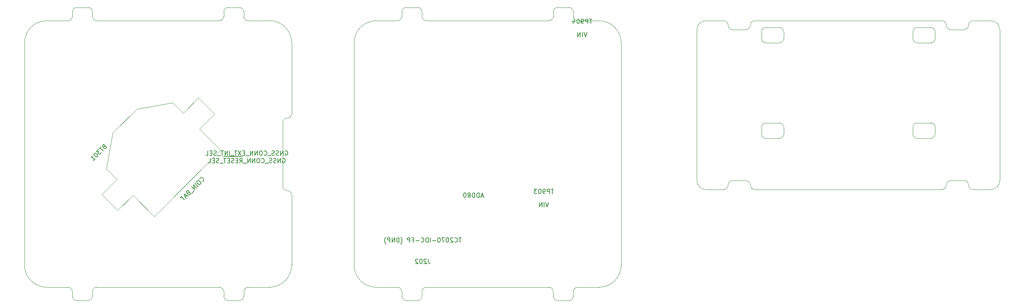
<source format=gbr>
%TF.GenerationSoftware,KiCad,Pcbnew,7.0.2*%
%TF.CreationDate,2023-04-27T15:04:24+02:00*%
%TF.ProjectId,kleinvoet,6b6c6569-6e76-46f6-9574-2e6b69636164,C*%
%TF.SameCoordinates,Original*%
%TF.FileFunction,AssemblyDrawing,Bot*%
%FSLAX46Y46*%
G04 Gerber Fmt 4.6, Leading zero omitted, Abs format (unit mm)*
G04 Created by KiCad (PCBNEW 7.0.2) date 2023-04-27 15:04:24*
%MOMM*%
%LPD*%
G01*
G04 APERTURE LIST*
%ADD10C,0.150000*%
%ADD11C,0.100000*%
%TA.AperFunction,Profile*%
%ADD12C,0.050000*%
%TD*%
G04 APERTURE END LIST*
D10*
%TO.C,TP904*%
X150295237Y-34612619D02*
X149961904Y-35612619D01*
X149961904Y-35612619D02*
X149628571Y-34612619D01*
X149295237Y-35612619D02*
X149295237Y-34612619D01*
X148819047Y-35612619D02*
X148819047Y-34612619D01*
X148819047Y-34612619D02*
X148247619Y-35612619D01*
X148247619Y-35612619D02*
X148247619Y-34612619D01*
X151414285Y-31612619D02*
X150842857Y-31612619D01*
X151128571Y-32612619D02*
X151128571Y-31612619D01*
X150509523Y-32612619D02*
X150509523Y-31612619D01*
X150509523Y-31612619D02*
X150128571Y-31612619D01*
X150128571Y-31612619D02*
X150033333Y-31660238D01*
X150033333Y-31660238D02*
X149985714Y-31707857D01*
X149985714Y-31707857D02*
X149938095Y-31803095D01*
X149938095Y-31803095D02*
X149938095Y-31945952D01*
X149938095Y-31945952D02*
X149985714Y-32041190D01*
X149985714Y-32041190D02*
X150033333Y-32088809D01*
X150033333Y-32088809D02*
X150128571Y-32136428D01*
X150128571Y-32136428D02*
X150509523Y-32136428D01*
X149461904Y-32612619D02*
X149271428Y-32612619D01*
X149271428Y-32612619D02*
X149176190Y-32565000D01*
X149176190Y-32565000D02*
X149128571Y-32517380D01*
X149128571Y-32517380D02*
X149033333Y-32374523D01*
X149033333Y-32374523D02*
X148985714Y-32184047D01*
X148985714Y-32184047D02*
X148985714Y-31803095D01*
X148985714Y-31803095D02*
X149033333Y-31707857D01*
X149033333Y-31707857D02*
X149080952Y-31660238D01*
X149080952Y-31660238D02*
X149176190Y-31612619D01*
X149176190Y-31612619D02*
X149366666Y-31612619D01*
X149366666Y-31612619D02*
X149461904Y-31660238D01*
X149461904Y-31660238D02*
X149509523Y-31707857D01*
X149509523Y-31707857D02*
X149557142Y-31803095D01*
X149557142Y-31803095D02*
X149557142Y-32041190D01*
X149557142Y-32041190D02*
X149509523Y-32136428D01*
X149509523Y-32136428D02*
X149461904Y-32184047D01*
X149461904Y-32184047D02*
X149366666Y-32231666D01*
X149366666Y-32231666D02*
X149176190Y-32231666D01*
X149176190Y-32231666D02*
X149080952Y-32184047D01*
X149080952Y-32184047D02*
X149033333Y-32136428D01*
X149033333Y-32136428D02*
X148985714Y-32041190D01*
X148366666Y-31612619D02*
X148271428Y-31612619D01*
X148271428Y-31612619D02*
X148176190Y-31660238D01*
X148176190Y-31660238D02*
X148128571Y-31707857D01*
X148128571Y-31707857D02*
X148080952Y-31803095D01*
X148080952Y-31803095D02*
X148033333Y-31993571D01*
X148033333Y-31993571D02*
X148033333Y-32231666D01*
X148033333Y-32231666D02*
X148080952Y-32422142D01*
X148080952Y-32422142D02*
X148128571Y-32517380D01*
X148128571Y-32517380D02*
X148176190Y-32565000D01*
X148176190Y-32565000D02*
X148271428Y-32612619D01*
X148271428Y-32612619D02*
X148366666Y-32612619D01*
X148366666Y-32612619D02*
X148461904Y-32565000D01*
X148461904Y-32565000D02*
X148509523Y-32517380D01*
X148509523Y-32517380D02*
X148557142Y-32422142D01*
X148557142Y-32422142D02*
X148604761Y-32231666D01*
X148604761Y-32231666D02*
X148604761Y-31993571D01*
X148604761Y-31993571D02*
X148557142Y-31803095D01*
X148557142Y-31803095D02*
X148509523Y-31707857D01*
X148509523Y-31707857D02*
X148461904Y-31660238D01*
X148461904Y-31660238D02*
X148366666Y-31612619D01*
X147176190Y-31945952D02*
X147176190Y-32612619D01*
X147414285Y-31565000D02*
X147652380Y-32279285D01*
X147652380Y-32279285D02*
X147033333Y-32279285D01*
%TO.C,J202*%
X122066666Y-80862619D02*
X121495238Y-80862619D01*
X121780952Y-81862619D02*
X121780952Y-80862619D01*
X120590476Y-81767380D02*
X120638095Y-81815000D01*
X120638095Y-81815000D02*
X120780952Y-81862619D01*
X120780952Y-81862619D02*
X120876190Y-81862619D01*
X120876190Y-81862619D02*
X121019047Y-81815000D01*
X121019047Y-81815000D02*
X121114285Y-81719761D01*
X121114285Y-81719761D02*
X121161904Y-81624523D01*
X121161904Y-81624523D02*
X121209523Y-81434047D01*
X121209523Y-81434047D02*
X121209523Y-81291190D01*
X121209523Y-81291190D02*
X121161904Y-81100714D01*
X121161904Y-81100714D02*
X121114285Y-81005476D01*
X121114285Y-81005476D02*
X121019047Y-80910238D01*
X121019047Y-80910238D02*
X120876190Y-80862619D01*
X120876190Y-80862619D02*
X120780952Y-80862619D01*
X120780952Y-80862619D02*
X120638095Y-80910238D01*
X120638095Y-80910238D02*
X120590476Y-80957857D01*
X120209523Y-80957857D02*
X120161904Y-80910238D01*
X120161904Y-80910238D02*
X120066666Y-80862619D01*
X120066666Y-80862619D02*
X119828571Y-80862619D01*
X119828571Y-80862619D02*
X119733333Y-80910238D01*
X119733333Y-80910238D02*
X119685714Y-80957857D01*
X119685714Y-80957857D02*
X119638095Y-81053095D01*
X119638095Y-81053095D02*
X119638095Y-81148333D01*
X119638095Y-81148333D02*
X119685714Y-81291190D01*
X119685714Y-81291190D02*
X120257142Y-81862619D01*
X120257142Y-81862619D02*
X119638095Y-81862619D01*
X119019047Y-80862619D02*
X118923809Y-80862619D01*
X118923809Y-80862619D02*
X118828571Y-80910238D01*
X118828571Y-80910238D02*
X118780952Y-80957857D01*
X118780952Y-80957857D02*
X118733333Y-81053095D01*
X118733333Y-81053095D02*
X118685714Y-81243571D01*
X118685714Y-81243571D02*
X118685714Y-81481666D01*
X118685714Y-81481666D02*
X118733333Y-81672142D01*
X118733333Y-81672142D02*
X118780952Y-81767380D01*
X118780952Y-81767380D02*
X118828571Y-81815000D01*
X118828571Y-81815000D02*
X118923809Y-81862619D01*
X118923809Y-81862619D02*
X119019047Y-81862619D01*
X119019047Y-81862619D02*
X119114285Y-81815000D01*
X119114285Y-81815000D02*
X119161904Y-81767380D01*
X119161904Y-81767380D02*
X119209523Y-81672142D01*
X119209523Y-81672142D02*
X119257142Y-81481666D01*
X119257142Y-81481666D02*
X119257142Y-81243571D01*
X119257142Y-81243571D02*
X119209523Y-81053095D01*
X119209523Y-81053095D02*
X119161904Y-80957857D01*
X119161904Y-80957857D02*
X119114285Y-80910238D01*
X119114285Y-80910238D02*
X119019047Y-80862619D01*
X118352380Y-80862619D02*
X117685714Y-80862619D01*
X117685714Y-80862619D02*
X118114285Y-81862619D01*
X117114285Y-80862619D02*
X117019047Y-80862619D01*
X117019047Y-80862619D02*
X116923809Y-80910238D01*
X116923809Y-80910238D02*
X116876190Y-80957857D01*
X116876190Y-80957857D02*
X116828571Y-81053095D01*
X116828571Y-81053095D02*
X116780952Y-81243571D01*
X116780952Y-81243571D02*
X116780952Y-81481666D01*
X116780952Y-81481666D02*
X116828571Y-81672142D01*
X116828571Y-81672142D02*
X116876190Y-81767380D01*
X116876190Y-81767380D02*
X116923809Y-81815000D01*
X116923809Y-81815000D02*
X117019047Y-81862619D01*
X117019047Y-81862619D02*
X117114285Y-81862619D01*
X117114285Y-81862619D02*
X117209523Y-81815000D01*
X117209523Y-81815000D02*
X117257142Y-81767380D01*
X117257142Y-81767380D02*
X117304761Y-81672142D01*
X117304761Y-81672142D02*
X117352380Y-81481666D01*
X117352380Y-81481666D02*
X117352380Y-81243571D01*
X117352380Y-81243571D02*
X117304761Y-81053095D01*
X117304761Y-81053095D02*
X117257142Y-80957857D01*
X117257142Y-80957857D02*
X117209523Y-80910238D01*
X117209523Y-80910238D02*
X117114285Y-80862619D01*
X116352380Y-81481666D02*
X115590476Y-81481666D01*
X115114285Y-81862619D02*
X115114285Y-80862619D01*
X114638095Y-81862619D02*
X114638095Y-80862619D01*
X114638095Y-80862619D02*
X114400000Y-80862619D01*
X114400000Y-80862619D02*
X114257143Y-80910238D01*
X114257143Y-80910238D02*
X114161905Y-81005476D01*
X114161905Y-81005476D02*
X114114286Y-81100714D01*
X114114286Y-81100714D02*
X114066667Y-81291190D01*
X114066667Y-81291190D02*
X114066667Y-81434047D01*
X114066667Y-81434047D02*
X114114286Y-81624523D01*
X114114286Y-81624523D02*
X114161905Y-81719761D01*
X114161905Y-81719761D02*
X114257143Y-81815000D01*
X114257143Y-81815000D02*
X114400000Y-81862619D01*
X114400000Y-81862619D02*
X114638095Y-81862619D01*
X113066667Y-81767380D02*
X113114286Y-81815000D01*
X113114286Y-81815000D02*
X113257143Y-81862619D01*
X113257143Y-81862619D02*
X113352381Y-81862619D01*
X113352381Y-81862619D02*
X113495238Y-81815000D01*
X113495238Y-81815000D02*
X113590476Y-81719761D01*
X113590476Y-81719761D02*
X113638095Y-81624523D01*
X113638095Y-81624523D02*
X113685714Y-81434047D01*
X113685714Y-81434047D02*
X113685714Y-81291190D01*
X113685714Y-81291190D02*
X113638095Y-81100714D01*
X113638095Y-81100714D02*
X113590476Y-81005476D01*
X113590476Y-81005476D02*
X113495238Y-80910238D01*
X113495238Y-80910238D02*
X113352381Y-80862619D01*
X113352381Y-80862619D02*
X113257143Y-80862619D01*
X113257143Y-80862619D02*
X113114286Y-80910238D01*
X113114286Y-80910238D02*
X113066667Y-80957857D01*
X112638095Y-81481666D02*
X111876191Y-81481666D01*
X111066667Y-81338809D02*
X111400000Y-81338809D01*
X111400000Y-81862619D02*
X111400000Y-80862619D01*
X111400000Y-80862619D02*
X110923810Y-80862619D01*
X110542857Y-81862619D02*
X110542857Y-80862619D01*
X110542857Y-80862619D02*
X110161905Y-80862619D01*
X110161905Y-80862619D02*
X110066667Y-80910238D01*
X110066667Y-80910238D02*
X110019048Y-80957857D01*
X110019048Y-80957857D02*
X109971429Y-81053095D01*
X109971429Y-81053095D02*
X109971429Y-81195952D01*
X109971429Y-81195952D02*
X110019048Y-81291190D01*
X110019048Y-81291190D02*
X110066667Y-81338809D01*
X110066667Y-81338809D02*
X110161905Y-81386428D01*
X110161905Y-81386428D02*
X110542857Y-81386428D01*
X108495238Y-82243571D02*
X108542857Y-82195952D01*
X108542857Y-82195952D02*
X108638095Y-82053095D01*
X108638095Y-82053095D02*
X108685714Y-81957857D01*
X108685714Y-81957857D02*
X108733333Y-81815000D01*
X108733333Y-81815000D02*
X108780952Y-81576904D01*
X108780952Y-81576904D02*
X108780952Y-81386428D01*
X108780952Y-81386428D02*
X108733333Y-81148333D01*
X108733333Y-81148333D02*
X108685714Y-81005476D01*
X108685714Y-81005476D02*
X108638095Y-80910238D01*
X108638095Y-80910238D02*
X108542857Y-80767380D01*
X108542857Y-80767380D02*
X108495238Y-80719761D01*
X108114285Y-81862619D02*
X108114285Y-80862619D01*
X108114285Y-80862619D02*
X107876190Y-80862619D01*
X107876190Y-80862619D02*
X107733333Y-80910238D01*
X107733333Y-80910238D02*
X107638095Y-81005476D01*
X107638095Y-81005476D02*
X107590476Y-81100714D01*
X107590476Y-81100714D02*
X107542857Y-81291190D01*
X107542857Y-81291190D02*
X107542857Y-81434047D01*
X107542857Y-81434047D02*
X107590476Y-81624523D01*
X107590476Y-81624523D02*
X107638095Y-81719761D01*
X107638095Y-81719761D02*
X107733333Y-81815000D01*
X107733333Y-81815000D02*
X107876190Y-81862619D01*
X107876190Y-81862619D02*
X108114285Y-81862619D01*
X107114285Y-81862619D02*
X107114285Y-80862619D01*
X107114285Y-80862619D02*
X106542857Y-81862619D01*
X106542857Y-81862619D02*
X106542857Y-80862619D01*
X106066666Y-81862619D02*
X106066666Y-80862619D01*
X106066666Y-80862619D02*
X105685714Y-80862619D01*
X105685714Y-80862619D02*
X105590476Y-80910238D01*
X105590476Y-80910238D02*
X105542857Y-80957857D01*
X105542857Y-80957857D02*
X105495238Y-81053095D01*
X105495238Y-81053095D02*
X105495238Y-81195952D01*
X105495238Y-81195952D02*
X105542857Y-81291190D01*
X105542857Y-81291190D02*
X105590476Y-81338809D01*
X105590476Y-81338809D02*
X105685714Y-81386428D01*
X105685714Y-81386428D02*
X106066666Y-81386428D01*
X105161904Y-82243571D02*
X105114285Y-82195952D01*
X105114285Y-82195952D02*
X105019047Y-82053095D01*
X105019047Y-82053095D02*
X104971428Y-81957857D01*
X104971428Y-81957857D02*
X104923809Y-81815000D01*
X104923809Y-81815000D02*
X104876190Y-81576904D01*
X104876190Y-81576904D02*
X104876190Y-81386428D01*
X104876190Y-81386428D02*
X104923809Y-81148333D01*
X104923809Y-81148333D02*
X104971428Y-81005476D01*
X104971428Y-81005476D02*
X105019047Y-80910238D01*
X105019047Y-80910238D02*
X105114285Y-80767380D01*
X105114285Y-80767380D02*
X105161904Y-80719761D01*
X114685714Y-85662619D02*
X114685714Y-86376904D01*
X114685714Y-86376904D02*
X114733333Y-86519761D01*
X114733333Y-86519761D02*
X114828571Y-86615000D01*
X114828571Y-86615000D02*
X114971428Y-86662619D01*
X114971428Y-86662619D02*
X115066666Y-86662619D01*
X114257142Y-85757857D02*
X114209523Y-85710238D01*
X114209523Y-85710238D02*
X114114285Y-85662619D01*
X114114285Y-85662619D02*
X113876190Y-85662619D01*
X113876190Y-85662619D02*
X113780952Y-85710238D01*
X113780952Y-85710238D02*
X113733333Y-85757857D01*
X113733333Y-85757857D02*
X113685714Y-85853095D01*
X113685714Y-85853095D02*
X113685714Y-85948333D01*
X113685714Y-85948333D02*
X113733333Y-86091190D01*
X113733333Y-86091190D02*
X114304761Y-86662619D01*
X114304761Y-86662619D02*
X113685714Y-86662619D01*
X113066666Y-85662619D02*
X112971428Y-85662619D01*
X112971428Y-85662619D02*
X112876190Y-85710238D01*
X112876190Y-85710238D02*
X112828571Y-85757857D01*
X112828571Y-85757857D02*
X112780952Y-85853095D01*
X112780952Y-85853095D02*
X112733333Y-86043571D01*
X112733333Y-86043571D02*
X112733333Y-86281666D01*
X112733333Y-86281666D02*
X112780952Y-86472142D01*
X112780952Y-86472142D02*
X112828571Y-86567380D01*
X112828571Y-86567380D02*
X112876190Y-86615000D01*
X112876190Y-86615000D02*
X112971428Y-86662619D01*
X112971428Y-86662619D02*
X113066666Y-86662619D01*
X113066666Y-86662619D02*
X113161904Y-86615000D01*
X113161904Y-86615000D02*
X113209523Y-86567380D01*
X113209523Y-86567380D02*
X113257142Y-86472142D01*
X113257142Y-86472142D02*
X113304761Y-86281666D01*
X113304761Y-86281666D02*
X113304761Y-86043571D01*
X113304761Y-86043571D02*
X113257142Y-85853095D01*
X113257142Y-85853095D02*
X113209523Y-85757857D01*
X113209523Y-85757857D02*
X113161904Y-85710238D01*
X113161904Y-85710238D02*
X113066666Y-85662619D01*
X112352380Y-85757857D02*
X112304761Y-85710238D01*
X112304761Y-85710238D02*
X112209523Y-85662619D01*
X112209523Y-85662619D02*
X111971428Y-85662619D01*
X111971428Y-85662619D02*
X111876190Y-85710238D01*
X111876190Y-85710238D02*
X111828571Y-85757857D01*
X111828571Y-85757857D02*
X111780952Y-85853095D01*
X111780952Y-85853095D02*
X111780952Y-85948333D01*
X111780952Y-85948333D02*
X111828571Y-86091190D01*
X111828571Y-86091190D02*
X112399999Y-86662619D01*
X112399999Y-86662619D02*
X111780952Y-86662619D01*
%TO.C,JP1401*%
X127014285Y-71476904D02*
X126538095Y-71476904D01*
X127109523Y-71762619D02*
X126776190Y-70762619D01*
X126776190Y-70762619D02*
X126442857Y-71762619D01*
X126109523Y-71762619D02*
X126109523Y-70762619D01*
X126109523Y-70762619D02*
X125871428Y-70762619D01*
X125871428Y-70762619D02*
X125728571Y-70810238D01*
X125728571Y-70810238D02*
X125633333Y-70905476D01*
X125633333Y-70905476D02*
X125585714Y-71000714D01*
X125585714Y-71000714D02*
X125538095Y-71191190D01*
X125538095Y-71191190D02*
X125538095Y-71334047D01*
X125538095Y-71334047D02*
X125585714Y-71524523D01*
X125585714Y-71524523D02*
X125633333Y-71619761D01*
X125633333Y-71619761D02*
X125728571Y-71715000D01*
X125728571Y-71715000D02*
X125871428Y-71762619D01*
X125871428Y-71762619D02*
X126109523Y-71762619D01*
X125109523Y-71762619D02*
X125109523Y-70762619D01*
X125109523Y-70762619D02*
X124871428Y-70762619D01*
X124871428Y-70762619D02*
X124728571Y-70810238D01*
X124728571Y-70810238D02*
X124633333Y-70905476D01*
X124633333Y-70905476D02*
X124585714Y-71000714D01*
X124585714Y-71000714D02*
X124538095Y-71191190D01*
X124538095Y-71191190D02*
X124538095Y-71334047D01*
X124538095Y-71334047D02*
X124585714Y-71524523D01*
X124585714Y-71524523D02*
X124633333Y-71619761D01*
X124633333Y-71619761D02*
X124728571Y-71715000D01*
X124728571Y-71715000D02*
X124871428Y-71762619D01*
X124871428Y-71762619D02*
X125109523Y-71762619D01*
X123538095Y-71762619D02*
X123871428Y-71286428D01*
X124109523Y-71762619D02*
X124109523Y-70762619D01*
X124109523Y-70762619D02*
X123728571Y-70762619D01*
X123728571Y-70762619D02*
X123633333Y-70810238D01*
X123633333Y-70810238D02*
X123585714Y-70857857D01*
X123585714Y-70857857D02*
X123538095Y-70953095D01*
X123538095Y-70953095D02*
X123538095Y-71095952D01*
X123538095Y-71095952D02*
X123585714Y-71191190D01*
X123585714Y-71191190D02*
X123633333Y-71238809D01*
X123633333Y-71238809D02*
X123728571Y-71286428D01*
X123728571Y-71286428D02*
X124109523Y-71286428D01*
X122919047Y-70762619D02*
X122823809Y-70762619D01*
X122823809Y-70762619D02*
X122728571Y-70810238D01*
X122728571Y-70810238D02*
X122680952Y-70857857D01*
X122680952Y-70857857D02*
X122633333Y-70953095D01*
X122633333Y-70953095D02*
X122585714Y-71143571D01*
X122585714Y-71143571D02*
X122585714Y-71381666D01*
X122585714Y-71381666D02*
X122633333Y-71572142D01*
X122633333Y-71572142D02*
X122680952Y-71667380D01*
X122680952Y-71667380D02*
X122728571Y-71715000D01*
X122728571Y-71715000D02*
X122823809Y-71762619D01*
X122823809Y-71762619D02*
X122919047Y-71762619D01*
X122919047Y-71762619D02*
X123014285Y-71715000D01*
X123014285Y-71715000D02*
X123061904Y-71667380D01*
X123061904Y-71667380D02*
X123109523Y-71572142D01*
X123109523Y-71572142D02*
X123157142Y-71381666D01*
X123157142Y-71381666D02*
X123157142Y-71143571D01*
X123157142Y-71143571D02*
X123109523Y-70953095D01*
X123109523Y-70953095D02*
X123061904Y-70857857D01*
X123061904Y-70857857D02*
X123014285Y-70810238D01*
X123014285Y-70810238D02*
X122919047Y-70762619D01*
%TO.C,JP2*%
X82545238Y-61335238D02*
X82640476Y-61287619D01*
X82640476Y-61287619D02*
X82783333Y-61287619D01*
X82783333Y-61287619D02*
X82926190Y-61335238D01*
X82926190Y-61335238D02*
X83021428Y-61430476D01*
X83021428Y-61430476D02*
X83069047Y-61525714D01*
X83069047Y-61525714D02*
X83116666Y-61716190D01*
X83116666Y-61716190D02*
X83116666Y-61859047D01*
X83116666Y-61859047D02*
X83069047Y-62049523D01*
X83069047Y-62049523D02*
X83021428Y-62144761D01*
X83021428Y-62144761D02*
X82926190Y-62240000D01*
X82926190Y-62240000D02*
X82783333Y-62287619D01*
X82783333Y-62287619D02*
X82688095Y-62287619D01*
X82688095Y-62287619D02*
X82545238Y-62240000D01*
X82545238Y-62240000D02*
X82497619Y-62192380D01*
X82497619Y-62192380D02*
X82497619Y-61859047D01*
X82497619Y-61859047D02*
X82688095Y-61859047D01*
X82069047Y-62287619D02*
X82069047Y-61287619D01*
X82069047Y-61287619D02*
X81497619Y-62287619D01*
X81497619Y-62287619D02*
X81497619Y-61287619D01*
X81069047Y-62240000D02*
X80926190Y-62287619D01*
X80926190Y-62287619D02*
X80688095Y-62287619D01*
X80688095Y-62287619D02*
X80592857Y-62240000D01*
X80592857Y-62240000D02*
X80545238Y-62192380D01*
X80545238Y-62192380D02*
X80497619Y-62097142D01*
X80497619Y-62097142D02*
X80497619Y-62001904D01*
X80497619Y-62001904D02*
X80545238Y-61906666D01*
X80545238Y-61906666D02*
X80592857Y-61859047D01*
X80592857Y-61859047D02*
X80688095Y-61811428D01*
X80688095Y-61811428D02*
X80878571Y-61763809D01*
X80878571Y-61763809D02*
X80973809Y-61716190D01*
X80973809Y-61716190D02*
X81021428Y-61668571D01*
X81021428Y-61668571D02*
X81069047Y-61573333D01*
X81069047Y-61573333D02*
X81069047Y-61478095D01*
X81069047Y-61478095D02*
X81021428Y-61382857D01*
X81021428Y-61382857D02*
X80973809Y-61335238D01*
X80973809Y-61335238D02*
X80878571Y-61287619D01*
X80878571Y-61287619D02*
X80640476Y-61287619D01*
X80640476Y-61287619D02*
X80497619Y-61335238D01*
X80116666Y-62240000D02*
X79973809Y-62287619D01*
X79973809Y-62287619D02*
X79735714Y-62287619D01*
X79735714Y-62287619D02*
X79640476Y-62240000D01*
X79640476Y-62240000D02*
X79592857Y-62192380D01*
X79592857Y-62192380D02*
X79545238Y-62097142D01*
X79545238Y-62097142D02*
X79545238Y-62001904D01*
X79545238Y-62001904D02*
X79592857Y-61906666D01*
X79592857Y-61906666D02*
X79640476Y-61859047D01*
X79640476Y-61859047D02*
X79735714Y-61811428D01*
X79735714Y-61811428D02*
X79926190Y-61763809D01*
X79926190Y-61763809D02*
X80021428Y-61716190D01*
X80021428Y-61716190D02*
X80069047Y-61668571D01*
X80069047Y-61668571D02*
X80116666Y-61573333D01*
X80116666Y-61573333D02*
X80116666Y-61478095D01*
X80116666Y-61478095D02*
X80069047Y-61382857D01*
X80069047Y-61382857D02*
X80021428Y-61335238D01*
X80021428Y-61335238D02*
X79926190Y-61287619D01*
X79926190Y-61287619D02*
X79688095Y-61287619D01*
X79688095Y-61287619D02*
X79545238Y-61335238D01*
X79354762Y-62382857D02*
X78592857Y-62382857D01*
X77783333Y-62192380D02*
X77830952Y-62240000D01*
X77830952Y-62240000D02*
X77973809Y-62287619D01*
X77973809Y-62287619D02*
X78069047Y-62287619D01*
X78069047Y-62287619D02*
X78211904Y-62240000D01*
X78211904Y-62240000D02*
X78307142Y-62144761D01*
X78307142Y-62144761D02*
X78354761Y-62049523D01*
X78354761Y-62049523D02*
X78402380Y-61859047D01*
X78402380Y-61859047D02*
X78402380Y-61716190D01*
X78402380Y-61716190D02*
X78354761Y-61525714D01*
X78354761Y-61525714D02*
X78307142Y-61430476D01*
X78307142Y-61430476D02*
X78211904Y-61335238D01*
X78211904Y-61335238D02*
X78069047Y-61287619D01*
X78069047Y-61287619D02*
X77973809Y-61287619D01*
X77973809Y-61287619D02*
X77830952Y-61335238D01*
X77830952Y-61335238D02*
X77783333Y-61382857D01*
X77164285Y-61287619D02*
X76973809Y-61287619D01*
X76973809Y-61287619D02*
X76878571Y-61335238D01*
X76878571Y-61335238D02*
X76783333Y-61430476D01*
X76783333Y-61430476D02*
X76735714Y-61620952D01*
X76735714Y-61620952D02*
X76735714Y-61954285D01*
X76735714Y-61954285D02*
X76783333Y-62144761D01*
X76783333Y-62144761D02*
X76878571Y-62240000D01*
X76878571Y-62240000D02*
X76973809Y-62287619D01*
X76973809Y-62287619D02*
X77164285Y-62287619D01*
X77164285Y-62287619D02*
X77259523Y-62240000D01*
X77259523Y-62240000D02*
X77354761Y-62144761D01*
X77354761Y-62144761D02*
X77402380Y-61954285D01*
X77402380Y-61954285D02*
X77402380Y-61620952D01*
X77402380Y-61620952D02*
X77354761Y-61430476D01*
X77354761Y-61430476D02*
X77259523Y-61335238D01*
X77259523Y-61335238D02*
X77164285Y-61287619D01*
X76307142Y-62287619D02*
X76307142Y-61287619D01*
X76307142Y-61287619D02*
X75735714Y-62287619D01*
X75735714Y-62287619D02*
X75735714Y-61287619D01*
X75259523Y-62287619D02*
X75259523Y-61287619D01*
X75259523Y-61287619D02*
X74688095Y-62287619D01*
X74688095Y-62287619D02*
X74688095Y-61287619D01*
X74450000Y-62382857D02*
X73688095Y-62382857D01*
X73449999Y-61763809D02*
X73116666Y-61763809D01*
X72973809Y-62287619D02*
X73449999Y-62287619D01*
X73449999Y-62287619D02*
X73449999Y-61287619D01*
X73449999Y-61287619D02*
X72973809Y-61287619D01*
X72640475Y-61287619D02*
X71973809Y-62287619D01*
X71973809Y-61287619D02*
X72640475Y-62287619D01*
X71735713Y-61287619D02*
X71164285Y-61287619D01*
X71449999Y-62287619D02*
X71449999Y-61287619D01*
X71069047Y-62382857D02*
X70307142Y-62382857D01*
X70069046Y-62287619D02*
X70069046Y-61287619D01*
X69592856Y-62287619D02*
X69592856Y-61287619D01*
X69592856Y-61287619D02*
X69021428Y-62287619D01*
X69021428Y-62287619D02*
X69021428Y-61287619D01*
X68688094Y-61287619D02*
X68116666Y-61287619D01*
X68402380Y-62287619D02*
X68402380Y-61287619D01*
X68021428Y-62382857D02*
X67259523Y-62382857D01*
X67069046Y-62240000D02*
X66926189Y-62287619D01*
X66926189Y-62287619D02*
X66688094Y-62287619D01*
X66688094Y-62287619D02*
X66592856Y-62240000D01*
X66592856Y-62240000D02*
X66545237Y-62192380D01*
X66545237Y-62192380D02*
X66497618Y-62097142D01*
X66497618Y-62097142D02*
X66497618Y-62001904D01*
X66497618Y-62001904D02*
X66545237Y-61906666D01*
X66545237Y-61906666D02*
X66592856Y-61859047D01*
X66592856Y-61859047D02*
X66688094Y-61811428D01*
X66688094Y-61811428D02*
X66878570Y-61763809D01*
X66878570Y-61763809D02*
X66973808Y-61716190D01*
X66973808Y-61716190D02*
X67021427Y-61668571D01*
X67021427Y-61668571D02*
X67069046Y-61573333D01*
X67069046Y-61573333D02*
X67069046Y-61478095D01*
X67069046Y-61478095D02*
X67021427Y-61382857D01*
X67021427Y-61382857D02*
X66973808Y-61335238D01*
X66973808Y-61335238D02*
X66878570Y-61287619D01*
X66878570Y-61287619D02*
X66640475Y-61287619D01*
X66640475Y-61287619D02*
X66497618Y-61335238D01*
X66069046Y-61763809D02*
X65735713Y-61763809D01*
X65592856Y-62287619D02*
X66069046Y-62287619D01*
X66069046Y-62287619D02*
X66069046Y-61287619D01*
X66069046Y-61287619D02*
X65592856Y-61287619D01*
X64688094Y-62287619D02*
X65164284Y-62287619D01*
X65164284Y-62287619D02*
X65164284Y-61287619D01*
%TO.C,TP903*%
X141695237Y-72912619D02*
X141361904Y-73912619D01*
X141361904Y-73912619D02*
X141028571Y-72912619D01*
X140695237Y-73912619D02*
X140695237Y-72912619D01*
X140219047Y-73912619D02*
X140219047Y-72912619D01*
X140219047Y-72912619D02*
X139647619Y-73912619D01*
X139647619Y-73912619D02*
X139647619Y-72912619D01*
X142814285Y-69912619D02*
X142242857Y-69912619D01*
X142528571Y-70912619D02*
X142528571Y-69912619D01*
X141909523Y-70912619D02*
X141909523Y-69912619D01*
X141909523Y-69912619D02*
X141528571Y-69912619D01*
X141528571Y-69912619D02*
X141433333Y-69960238D01*
X141433333Y-69960238D02*
X141385714Y-70007857D01*
X141385714Y-70007857D02*
X141338095Y-70103095D01*
X141338095Y-70103095D02*
X141338095Y-70245952D01*
X141338095Y-70245952D02*
X141385714Y-70341190D01*
X141385714Y-70341190D02*
X141433333Y-70388809D01*
X141433333Y-70388809D02*
X141528571Y-70436428D01*
X141528571Y-70436428D02*
X141909523Y-70436428D01*
X140861904Y-70912619D02*
X140671428Y-70912619D01*
X140671428Y-70912619D02*
X140576190Y-70865000D01*
X140576190Y-70865000D02*
X140528571Y-70817380D01*
X140528571Y-70817380D02*
X140433333Y-70674523D01*
X140433333Y-70674523D02*
X140385714Y-70484047D01*
X140385714Y-70484047D02*
X140385714Y-70103095D01*
X140385714Y-70103095D02*
X140433333Y-70007857D01*
X140433333Y-70007857D02*
X140480952Y-69960238D01*
X140480952Y-69960238D02*
X140576190Y-69912619D01*
X140576190Y-69912619D02*
X140766666Y-69912619D01*
X140766666Y-69912619D02*
X140861904Y-69960238D01*
X140861904Y-69960238D02*
X140909523Y-70007857D01*
X140909523Y-70007857D02*
X140957142Y-70103095D01*
X140957142Y-70103095D02*
X140957142Y-70341190D01*
X140957142Y-70341190D02*
X140909523Y-70436428D01*
X140909523Y-70436428D02*
X140861904Y-70484047D01*
X140861904Y-70484047D02*
X140766666Y-70531666D01*
X140766666Y-70531666D02*
X140576190Y-70531666D01*
X140576190Y-70531666D02*
X140480952Y-70484047D01*
X140480952Y-70484047D02*
X140433333Y-70436428D01*
X140433333Y-70436428D02*
X140385714Y-70341190D01*
X139766666Y-69912619D02*
X139671428Y-69912619D01*
X139671428Y-69912619D02*
X139576190Y-69960238D01*
X139576190Y-69960238D02*
X139528571Y-70007857D01*
X139528571Y-70007857D02*
X139480952Y-70103095D01*
X139480952Y-70103095D02*
X139433333Y-70293571D01*
X139433333Y-70293571D02*
X139433333Y-70531666D01*
X139433333Y-70531666D02*
X139480952Y-70722142D01*
X139480952Y-70722142D02*
X139528571Y-70817380D01*
X139528571Y-70817380D02*
X139576190Y-70865000D01*
X139576190Y-70865000D02*
X139671428Y-70912619D01*
X139671428Y-70912619D02*
X139766666Y-70912619D01*
X139766666Y-70912619D02*
X139861904Y-70865000D01*
X139861904Y-70865000D02*
X139909523Y-70817380D01*
X139909523Y-70817380D02*
X139957142Y-70722142D01*
X139957142Y-70722142D02*
X140004761Y-70531666D01*
X140004761Y-70531666D02*
X140004761Y-70293571D01*
X140004761Y-70293571D02*
X139957142Y-70103095D01*
X139957142Y-70103095D02*
X139909523Y-70007857D01*
X139909523Y-70007857D02*
X139861904Y-69960238D01*
X139861904Y-69960238D02*
X139766666Y-69912619D01*
X139099999Y-69912619D02*
X138480952Y-69912619D01*
X138480952Y-69912619D02*
X138814285Y-70293571D01*
X138814285Y-70293571D02*
X138671428Y-70293571D01*
X138671428Y-70293571D02*
X138576190Y-70341190D01*
X138576190Y-70341190D02*
X138528571Y-70388809D01*
X138528571Y-70388809D02*
X138480952Y-70484047D01*
X138480952Y-70484047D02*
X138480952Y-70722142D01*
X138480952Y-70722142D02*
X138528571Y-70817380D01*
X138528571Y-70817380D02*
X138576190Y-70865000D01*
X138576190Y-70865000D02*
X138671428Y-70912619D01*
X138671428Y-70912619D02*
X138957142Y-70912619D01*
X138957142Y-70912619D02*
X139052380Y-70865000D01*
X139052380Y-70865000D02*
X139099999Y-70817380D01*
%TO.C,BT301*%
X63923570Y-68193578D02*
X63990913Y-68193578D01*
X63990913Y-68193578D02*
X64125600Y-68126235D01*
X64125600Y-68126235D02*
X64192944Y-68058891D01*
X64192944Y-68058891D02*
X64260287Y-67924204D01*
X64260287Y-67924204D02*
X64260287Y-67789517D01*
X64260287Y-67789517D02*
X64226616Y-67688502D01*
X64226616Y-67688502D02*
X64125600Y-67520143D01*
X64125600Y-67520143D02*
X64024585Y-67419128D01*
X64024585Y-67419128D02*
X63856226Y-67318113D01*
X63856226Y-67318113D02*
X63755211Y-67284441D01*
X63755211Y-67284441D02*
X63620524Y-67284441D01*
X63620524Y-67284441D02*
X63485837Y-67351785D01*
X63485837Y-67351785D02*
X63418494Y-67419128D01*
X63418494Y-67419128D02*
X63351150Y-67553815D01*
X63351150Y-67553815D02*
X63351150Y-67621159D01*
X62846074Y-67991548D02*
X62711387Y-68126235D01*
X62711387Y-68126235D02*
X62677715Y-68227250D01*
X62677715Y-68227250D02*
X62677715Y-68361937D01*
X62677715Y-68361937D02*
X62778730Y-68530296D01*
X62778730Y-68530296D02*
X63014433Y-68765998D01*
X63014433Y-68765998D02*
X63182791Y-68867013D01*
X63182791Y-68867013D02*
X63317478Y-68867013D01*
X63317478Y-68867013D02*
X63418494Y-68833342D01*
X63418494Y-68833342D02*
X63553181Y-68698655D01*
X63553181Y-68698655D02*
X63586852Y-68597639D01*
X63586852Y-68597639D02*
X63586852Y-68462952D01*
X63586852Y-68462952D02*
X63485837Y-68294594D01*
X63485837Y-68294594D02*
X63250135Y-68058891D01*
X63250135Y-68058891D02*
X63081776Y-67957876D01*
X63081776Y-67957876D02*
X62947089Y-67957876D01*
X62947089Y-67957876D02*
X62846074Y-67991548D01*
X62947089Y-69304746D02*
X62239982Y-68597639D01*
X62610372Y-69641463D02*
X61903265Y-68934356D01*
X61903265Y-68934356D02*
X62206311Y-70045524D01*
X62206311Y-70045524D02*
X61499204Y-69338417D01*
X62105296Y-70281227D02*
X61566548Y-70819975D01*
X60724754Y-70786303D02*
X60657410Y-70920990D01*
X60657410Y-70920990D02*
X60657410Y-70988333D01*
X60657410Y-70988333D02*
X60691082Y-71089349D01*
X60691082Y-71089349D02*
X60792097Y-71190364D01*
X60792097Y-71190364D02*
X60893112Y-71224036D01*
X60893112Y-71224036D02*
X60960456Y-71224036D01*
X60960456Y-71224036D02*
X61061471Y-71190364D01*
X61061471Y-71190364D02*
X61330845Y-70920990D01*
X61330845Y-70920990D02*
X60623738Y-70213883D01*
X60623738Y-70213883D02*
X60388036Y-70449585D01*
X60388036Y-70449585D02*
X60354364Y-70550601D01*
X60354364Y-70550601D02*
X60354364Y-70617944D01*
X60354364Y-70617944D02*
X60388036Y-70718959D01*
X60388036Y-70718959D02*
X60455380Y-70786303D01*
X60455380Y-70786303D02*
X60556395Y-70819975D01*
X60556395Y-70819975D02*
X60623738Y-70819975D01*
X60623738Y-70819975D02*
X60724754Y-70786303D01*
X60724754Y-70786303D02*
X60960456Y-70550601D01*
X60455380Y-71392394D02*
X60118662Y-71729112D01*
X60724754Y-71527081D02*
X59781945Y-71055677D01*
X59781945Y-71055677D02*
X60253349Y-71998486D01*
X59411555Y-71426066D02*
X59007494Y-71830127D01*
X59916632Y-72335204D02*
X59209525Y-71628097D01*
X41856787Y-60380047D02*
X41789444Y-60514734D01*
X41789444Y-60514734D02*
X41789444Y-60582078D01*
X41789444Y-60582078D02*
X41823116Y-60683093D01*
X41823116Y-60683093D02*
X41924131Y-60784108D01*
X41924131Y-60784108D02*
X42025146Y-60817780D01*
X42025146Y-60817780D02*
X42092490Y-60817780D01*
X42092490Y-60817780D02*
X42193505Y-60784108D01*
X42193505Y-60784108D02*
X42462879Y-60514734D01*
X42462879Y-60514734D02*
X41755772Y-59807627D01*
X41755772Y-59807627D02*
X41520070Y-60043330D01*
X41520070Y-60043330D02*
X41486398Y-60144345D01*
X41486398Y-60144345D02*
X41486398Y-60211688D01*
X41486398Y-60211688D02*
X41520070Y-60312704D01*
X41520070Y-60312704D02*
X41587413Y-60380047D01*
X41587413Y-60380047D02*
X41688429Y-60413719D01*
X41688429Y-60413719D02*
X41755772Y-60413719D01*
X41755772Y-60413719D02*
X41856787Y-60380047D01*
X41856787Y-60380047D02*
X42092490Y-60144345D01*
X41149681Y-60413719D02*
X40745620Y-60817780D01*
X41654757Y-61322856D02*
X40947650Y-60615749D01*
X40577261Y-60986139D02*
X40139528Y-61423872D01*
X40139528Y-61423872D02*
X40644604Y-61457543D01*
X40644604Y-61457543D02*
X40543589Y-61558559D01*
X40543589Y-61558559D02*
X40509917Y-61659574D01*
X40509917Y-61659574D02*
X40509917Y-61726917D01*
X40509917Y-61726917D02*
X40543589Y-61827933D01*
X40543589Y-61827933D02*
X40711948Y-61996291D01*
X40711948Y-61996291D02*
X40812963Y-62029963D01*
X40812963Y-62029963D02*
X40880306Y-62029963D01*
X40880306Y-62029963D02*
X40981322Y-61996291D01*
X40981322Y-61996291D02*
X41183352Y-61794261D01*
X41183352Y-61794261D02*
X41217024Y-61693246D01*
X41217024Y-61693246D02*
X41217024Y-61625902D01*
X39701795Y-61861605D02*
X39634452Y-61928948D01*
X39634452Y-61928948D02*
X39600780Y-62029963D01*
X39600780Y-62029963D02*
X39600780Y-62097307D01*
X39600780Y-62097307D02*
X39634452Y-62198322D01*
X39634452Y-62198322D02*
X39735467Y-62366681D01*
X39735467Y-62366681D02*
X39903826Y-62535040D01*
X39903826Y-62535040D02*
X40072184Y-62636055D01*
X40072184Y-62636055D02*
X40173200Y-62669727D01*
X40173200Y-62669727D02*
X40240543Y-62669727D01*
X40240543Y-62669727D02*
X40341558Y-62636055D01*
X40341558Y-62636055D02*
X40408902Y-62568711D01*
X40408902Y-62568711D02*
X40442574Y-62467696D01*
X40442574Y-62467696D02*
X40442574Y-62400353D01*
X40442574Y-62400353D02*
X40408902Y-62299337D01*
X40408902Y-62299337D02*
X40307887Y-62130979D01*
X40307887Y-62130979D02*
X40139528Y-61962620D01*
X40139528Y-61962620D02*
X39971169Y-61861605D01*
X39971169Y-61861605D02*
X39870154Y-61827933D01*
X39870154Y-61827933D02*
X39802810Y-61827933D01*
X39802810Y-61827933D02*
X39701795Y-61861605D01*
X39499765Y-63477849D02*
X39903826Y-63073788D01*
X39701795Y-63275818D02*
X38994688Y-62568711D01*
X38994688Y-62568711D02*
X39163047Y-62602383D01*
X39163047Y-62602383D02*
X39297734Y-62602383D01*
X39297734Y-62602383D02*
X39398749Y-62568711D01*
%TO.C,JP1*%
X81973810Y-63035238D02*
X82069048Y-62987619D01*
X82069048Y-62987619D02*
X82211905Y-62987619D01*
X82211905Y-62987619D02*
X82354762Y-63035238D01*
X82354762Y-63035238D02*
X82450000Y-63130476D01*
X82450000Y-63130476D02*
X82497619Y-63225714D01*
X82497619Y-63225714D02*
X82545238Y-63416190D01*
X82545238Y-63416190D02*
X82545238Y-63559047D01*
X82545238Y-63559047D02*
X82497619Y-63749523D01*
X82497619Y-63749523D02*
X82450000Y-63844761D01*
X82450000Y-63844761D02*
X82354762Y-63940000D01*
X82354762Y-63940000D02*
X82211905Y-63987619D01*
X82211905Y-63987619D02*
X82116667Y-63987619D01*
X82116667Y-63987619D02*
X81973810Y-63940000D01*
X81973810Y-63940000D02*
X81926191Y-63892380D01*
X81926191Y-63892380D02*
X81926191Y-63559047D01*
X81926191Y-63559047D02*
X82116667Y-63559047D01*
X81497619Y-63987619D02*
X81497619Y-62987619D01*
X81497619Y-62987619D02*
X80926191Y-63987619D01*
X80926191Y-63987619D02*
X80926191Y-62987619D01*
X80497619Y-63940000D02*
X80354762Y-63987619D01*
X80354762Y-63987619D02*
X80116667Y-63987619D01*
X80116667Y-63987619D02*
X80021429Y-63940000D01*
X80021429Y-63940000D02*
X79973810Y-63892380D01*
X79973810Y-63892380D02*
X79926191Y-63797142D01*
X79926191Y-63797142D02*
X79926191Y-63701904D01*
X79926191Y-63701904D02*
X79973810Y-63606666D01*
X79973810Y-63606666D02*
X80021429Y-63559047D01*
X80021429Y-63559047D02*
X80116667Y-63511428D01*
X80116667Y-63511428D02*
X80307143Y-63463809D01*
X80307143Y-63463809D02*
X80402381Y-63416190D01*
X80402381Y-63416190D02*
X80450000Y-63368571D01*
X80450000Y-63368571D02*
X80497619Y-63273333D01*
X80497619Y-63273333D02*
X80497619Y-63178095D01*
X80497619Y-63178095D02*
X80450000Y-63082857D01*
X80450000Y-63082857D02*
X80402381Y-63035238D01*
X80402381Y-63035238D02*
X80307143Y-62987619D01*
X80307143Y-62987619D02*
X80069048Y-62987619D01*
X80069048Y-62987619D02*
X79926191Y-63035238D01*
X79545238Y-63940000D02*
X79402381Y-63987619D01*
X79402381Y-63987619D02*
X79164286Y-63987619D01*
X79164286Y-63987619D02*
X79069048Y-63940000D01*
X79069048Y-63940000D02*
X79021429Y-63892380D01*
X79021429Y-63892380D02*
X78973810Y-63797142D01*
X78973810Y-63797142D02*
X78973810Y-63701904D01*
X78973810Y-63701904D02*
X79021429Y-63606666D01*
X79021429Y-63606666D02*
X79069048Y-63559047D01*
X79069048Y-63559047D02*
X79164286Y-63511428D01*
X79164286Y-63511428D02*
X79354762Y-63463809D01*
X79354762Y-63463809D02*
X79450000Y-63416190D01*
X79450000Y-63416190D02*
X79497619Y-63368571D01*
X79497619Y-63368571D02*
X79545238Y-63273333D01*
X79545238Y-63273333D02*
X79545238Y-63178095D01*
X79545238Y-63178095D02*
X79497619Y-63082857D01*
X79497619Y-63082857D02*
X79450000Y-63035238D01*
X79450000Y-63035238D02*
X79354762Y-62987619D01*
X79354762Y-62987619D02*
X79116667Y-62987619D01*
X79116667Y-62987619D02*
X78973810Y-63035238D01*
X78783334Y-64082857D02*
X78021429Y-64082857D01*
X77211905Y-63892380D02*
X77259524Y-63940000D01*
X77259524Y-63940000D02*
X77402381Y-63987619D01*
X77402381Y-63987619D02*
X77497619Y-63987619D01*
X77497619Y-63987619D02*
X77640476Y-63940000D01*
X77640476Y-63940000D02*
X77735714Y-63844761D01*
X77735714Y-63844761D02*
X77783333Y-63749523D01*
X77783333Y-63749523D02*
X77830952Y-63559047D01*
X77830952Y-63559047D02*
X77830952Y-63416190D01*
X77830952Y-63416190D02*
X77783333Y-63225714D01*
X77783333Y-63225714D02*
X77735714Y-63130476D01*
X77735714Y-63130476D02*
X77640476Y-63035238D01*
X77640476Y-63035238D02*
X77497619Y-62987619D01*
X77497619Y-62987619D02*
X77402381Y-62987619D01*
X77402381Y-62987619D02*
X77259524Y-63035238D01*
X77259524Y-63035238D02*
X77211905Y-63082857D01*
X76592857Y-62987619D02*
X76402381Y-62987619D01*
X76402381Y-62987619D02*
X76307143Y-63035238D01*
X76307143Y-63035238D02*
X76211905Y-63130476D01*
X76211905Y-63130476D02*
X76164286Y-63320952D01*
X76164286Y-63320952D02*
X76164286Y-63654285D01*
X76164286Y-63654285D02*
X76211905Y-63844761D01*
X76211905Y-63844761D02*
X76307143Y-63940000D01*
X76307143Y-63940000D02*
X76402381Y-63987619D01*
X76402381Y-63987619D02*
X76592857Y-63987619D01*
X76592857Y-63987619D02*
X76688095Y-63940000D01*
X76688095Y-63940000D02*
X76783333Y-63844761D01*
X76783333Y-63844761D02*
X76830952Y-63654285D01*
X76830952Y-63654285D02*
X76830952Y-63320952D01*
X76830952Y-63320952D02*
X76783333Y-63130476D01*
X76783333Y-63130476D02*
X76688095Y-63035238D01*
X76688095Y-63035238D02*
X76592857Y-62987619D01*
X75735714Y-63987619D02*
X75735714Y-62987619D01*
X75735714Y-62987619D02*
X75164286Y-63987619D01*
X75164286Y-63987619D02*
X75164286Y-62987619D01*
X74688095Y-63987619D02*
X74688095Y-62987619D01*
X74688095Y-62987619D02*
X74116667Y-63987619D01*
X74116667Y-63987619D02*
X74116667Y-62987619D01*
X73878572Y-64082857D02*
X73116667Y-64082857D01*
X72307143Y-63987619D02*
X72640476Y-63511428D01*
X72878571Y-63987619D02*
X72878571Y-62987619D01*
X72878571Y-62987619D02*
X72497619Y-62987619D01*
X72497619Y-62987619D02*
X72402381Y-63035238D01*
X72402381Y-63035238D02*
X72354762Y-63082857D01*
X72354762Y-63082857D02*
X72307143Y-63178095D01*
X72307143Y-63178095D02*
X72307143Y-63320952D01*
X72307143Y-63320952D02*
X72354762Y-63416190D01*
X72354762Y-63416190D02*
X72402381Y-63463809D01*
X72402381Y-63463809D02*
X72497619Y-63511428D01*
X72497619Y-63511428D02*
X72878571Y-63511428D01*
X71878571Y-63463809D02*
X71545238Y-63463809D01*
X71402381Y-63987619D02*
X71878571Y-63987619D01*
X71878571Y-63987619D02*
X71878571Y-62987619D01*
X71878571Y-62987619D02*
X71402381Y-62987619D01*
X71021428Y-63940000D02*
X70878571Y-63987619D01*
X70878571Y-63987619D02*
X70640476Y-63987619D01*
X70640476Y-63987619D02*
X70545238Y-63940000D01*
X70545238Y-63940000D02*
X70497619Y-63892380D01*
X70497619Y-63892380D02*
X70450000Y-63797142D01*
X70450000Y-63797142D02*
X70450000Y-63701904D01*
X70450000Y-63701904D02*
X70497619Y-63606666D01*
X70497619Y-63606666D02*
X70545238Y-63559047D01*
X70545238Y-63559047D02*
X70640476Y-63511428D01*
X70640476Y-63511428D02*
X70830952Y-63463809D01*
X70830952Y-63463809D02*
X70926190Y-63416190D01*
X70926190Y-63416190D02*
X70973809Y-63368571D01*
X70973809Y-63368571D02*
X71021428Y-63273333D01*
X71021428Y-63273333D02*
X71021428Y-63178095D01*
X71021428Y-63178095D02*
X70973809Y-63082857D01*
X70973809Y-63082857D02*
X70926190Y-63035238D01*
X70926190Y-63035238D02*
X70830952Y-62987619D01*
X70830952Y-62987619D02*
X70592857Y-62987619D01*
X70592857Y-62987619D02*
X70450000Y-63035238D01*
X70021428Y-63463809D02*
X69688095Y-63463809D01*
X69545238Y-63987619D02*
X70021428Y-63987619D01*
X70021428Y-63987619D02*
X70021428Y-62987619D01*
X70021428Y-62987619D02*
X69545238Y-62987619D01*
X69259523Y-62987619D02*
X68688095Y-62987619D01*
X68973809Y-63987619D02*
X68973809Y-62987619D01*
X73016667Y-62540000D02*
X68692857Y-62540000D01*
X68592857Y-64082857D02*
X67830952Y-64082857D01*
X67640475Y-63940000D02*
X67497618Y-63987619D01*
X67497618Y-63987619D02*
X67259523Y-63987619D01*
X67259523Y-63987619D02*
X67164285Y-63940000D01*
X67164285Y-63940000D02*
X67116666Y-63892380D01*
X67116666Y-63892380D02*
X67069047Y-63797142D01*
X67069047Y-63797142D02*
X67069047Y-63701904D01*
X67069047Y-63701904D02*
X67116666Y-63606666D01*
X67116666Y-63606666D02*
X67164285Y-63559047D01*
X67164285Y-63559047D02*
X67259523Y-63511428D01*
X67259523Y-63511428D02*
X67449999Y-63463809D01*
X67449999Y-63463809D02*
X67545237Y-63416190D01*
X67545237Y-63416190D02*
X67592856Y-63368571D01*
X67592856Y-63368571D02*
X67640475Y-63273333D01*
X67640475Y-63273333D02*
X67640475Y-63178095D01*
X67640475Y-63178095D02*
X67592856Y-63082857D01*
X67592856Y-63082857D02*
X67545237Y-63035238D01*
X67545237Y-63035238D02*
X67449999Y-62987619D01*
X67449999Y-62987619D02*
X67211904Y-62987619D01*
X67211904Y-62987619D02*
X67069047Y-63035238D01*
X66640475Y-63463809D02*
X66307142Y-63463809D01*
X66164285Y-63987619D02*
X66640475Y-63987619D01*
X66640475Y-63987619D02*
X66640475Y-62987619D01*
X66640475Y-62987619D02*
X66164285Y-62987619D01*
X65259523Y-63987619D02*
X65735713Y-63987619D01*
X65735713Y-63987619D02*
X65735713Y-62987619D01*
D11*
%TO.C,BT301*%
X41342789Y-71092211D02*
X44736901Y-67698098D01*
X44949033Y-74698455D02*
X41342789Y-71092211D01*
X44949033Y-74698455D02*
X48343146Y-71304343D01*
X42403449Y-65364646D02*
X43817662Y-57232918D01*
X44736901Y-67698098D02*
X42403449Y-65364646D01*
X48343146Y-71304343D02*
X53116117Y-76077314D01*
X43817662Y-57232918D02*
X49191674Y-51858906D01*
X57288047Y-50409337D02*
X49191674Y-51858906D01*
X59656854Y-52778145D02*
X57288047Y-50409337D01*
X59656854Y-52778145D02*
X63050967Y-49384033D01*
X63263099Y-56384390D02*
X68036070Y-61157361D01*
X68036070Y-61157361D02*
X53116117Y-76077314D01*
X63050967Y-49384033D02*
X66657211Y-52990277D01*
X66657211Y-52990277D02*
X63263099Y-56384390D01*
%TD*%
D12*
X153000000Y-92000000D02*
G75*
G03*
X158000000Y-87000000I0J5000000D01*
G01*
X158000000Y-37000000D02*
G75*
G03*
X153000000Y-32000000I-5000000J0D01*
G01*
X158000000Y-87000000D02*
X158000000Y-37000000D01*
X153000000Y-32000000D02*
X148500000Y-32000000D01*
X98000000Y-87000000D02*
G75*
G03*
X103000000Y-92000000I5000000J0D01*
G01*
X103000000Y-32000000D02*
G75*
G03*
X98000000Y-37000000I0J-5000000D01*
G01*
X148500000Y-92000000D02*
X153000000Y-92000000D01*
X33500000Y-32000000D02*
X29000000Y-32000000D01*
X24000000Y-37000000D02*
X24000000Y-87000000D01*
X79000000Y-92000000D02*
G75*
G03*
X84000000Y-87000000I0J5000000D01*
G01*
X24000000Y-87000000D02*
G75*
G03*
X29000000Y-92000000I5000000J0D01*
G01*
X29000000Y-32000000D02*
G75*
G03*
X24000000Y-37000000I0J-5000000D01*
G01*
X29000000Y-92000000D02*
X33500000Y-92000000D01*
X83999937Y-36975063D02*
G75*
G03*
X79000001Y-31975063I-4999937J63D01*
G01*
X108750000Y-93000000D02*
X108750000Y-94000000D01*
X113250000Y-93000000D02*
X113250000Y-94000000D01*
X114500000Y-92000000D02*
X114250000Y-92000000D01*
X107750000Y-92000000D02*
X107500000Y-92000000D01*
X74500000Y-92000000D02*
X74250000Y-92000000D01*
X108750000Y-93000000D02*
G75*
G03*
X107750000Y-92000000I-1000000J0D01*
G01*
X114250000Y-92000000D02*
G75*
G03*
X113250000Y-93000000I0J-1000000D01*
G01*
X107500000Y-92000000D02*
X103000000Y-92000000D01*
X112250000Y-95000000D02*
G75*
G03*
X113250000Y-94000000I0J1000000D01*
G01*
X74250000Y-92000000D02*
G75*
G03*
X73250000Y-93000000I0J-1000000D01*
G01*
X68750000Y-93000000D02*
G75*
G03*
X67750000Y-92000000I-1000000J0D01*
G01*
X68750000Y-94000000D02*
G75*
G03*
X69750000Y-95000000I1000000J0D01*
G01*
X72250000Y-95000000D02*
X69750000Y-95000000D01*
X72250000Y-95000000D02*
G75*
G03*
X73250000Y-94000000I0J1000000D01*
G01*
X68750000Y-93000000D02*
X68750000Y-94000000D01*
X73250000Y-93000000D02*
X73250000Y-94000000D01*
X141500000Y-92000000D02*
X114500000Y-92000000D01*
X40201249Y-92000000D02*
X67750000Y-92000000D01*
X74500000Y-92000000D02*
X79000000Y-92000000D01*
X40500000Y-32000000D02*
X67500000Y-32000000D01*
X74500000Y-32000000D02*
X79000001Y-31975063D01*
X141500000Y-32000000D02*
X114500000Y-32000000D01*
X107500000Y-32000000D02*
X103000000Y-32000000D01*
X98000000Y-37000000D02*
X98000000Y-87000000D01*
X84000000Y-71250000D02*
X84000000Y-87000000D01*
X112250000Y-95000000D02*
X109750000Y-95000000D01*
X228500000Y-34500000D02*
G75*
G03*
X227500000Y-33500000I-1000000J0D01*
G01*
X231000000Y-33000000D02*
G75*
G03*
X232000000Y-34000000I1000000J0D01*
G01*
X224500000Y-58500000D02*
X227500000Y-58500000D01*
X182000000Y-33000000D02*
G75*
G03*
X183000000Y-34000000I1000000J0D01*
G01*
X82000000Y-69250000D02*
G75*
G03*
X83000000Y-70250000I1000000J0D01*
G01*
X146250000Y-95000000D02*
G75*
G03*
X147250000Y-94000000I0J1000000D01*
G01*
X142750000Y-31000000D02*
X142750000Y-30000000D01*
X73250000Y-30000000D02*
G75*
G03*
X72250000Y-29000000I-1000000J0D01*
G01*
X147250000Y-93000000D02*
X147250000Y-94000000D01*
X189500000Y-56000000D02*
X189500000Y-57500000D01*
X35750000Y-29000000D02*
G75*
G03*
X34750000Y-30000000I0J-1000000D01*
G01*
X141750000Y-92000000D02*
X141500000Y-92000000D01*
X74250000Y-32000000D02*
X74500000Y-32000000D01*
X193500000Y-58500000D02*
G75*
G03*
X194500000Y-57500000I0J1000000D01*
G01*
X243000000Y-55000000D02*
X243000000Y-34000000D01*
X235000000Y-34000000D02*
G75*
G03*
X236000000Y-33000000I0J1000000D01*
G01*
X223500000Y-56000000D02*
X223500000Y-57500000D01*
X39250000Y-93000000D02*
X39250000Y-94000000D01*
X223500000Y-57500000D02*
G75*
G03*
X224500000Y-58500000I1000000J0D01*
G01*
X141500000Y-32000000D02*
X141750000Y-32000000D01*
X147250000Y-30000000D02*
G75*
G03*
X146250000Y-29000000I-1000000J0D01*
G01*
X67750000Y-32000000D02*
G75*
G03*
X68750000Y-31000000I0J1000000D01*
G01*
X241000000Y-70000000D02*
G75*
G03*
X243000000Y-68000000I0J2000000D01*
G01*
X194500000Y-56000000D02*
G75*
G03*
X193500000Y-55000000I-1000000J0D01*
G01*
X34750000Y-31000000D02*
X34750000Y-30000000D01*
X35750000Y-29000000D02*
X38250000Y-29000000D01*
X193500000Y-33500000D02*
X190500000Y-33500000D01*
X33500000Y-32000000D02*
X33750000Y-32000000D01*
X243000000Y-68000000D02*
X243000000Y-55000000D01*
X34750000Y-93000000D02*
G75*
G03*
X33750000Y-92000000I-1000000J0D01*
G01*
X33750000Y-92000000D02*
X33500000Y-92000000D01*
X232000000Y-34000000D02*
X235000000Y-34000000D01*
X40201249Y-91999999D02*
G75*
G03*
X39250000Y-93000000I24351J-975601D01*
G01*
X38250000Y-95000000D02*
X35750000Y-95000000D01*
X142750000Y-93000000D02*
G75*
G03*
X141750000Y-92000000I-1000000J0D01*
G01*
X183000000Y-34000000D02*
X186000000Y-34000000D01*
X223500000Y-34500000D02*
X223500000Y-36000000D01*
X193500000Y-55000000D02*
X190500000Y-55000000D01*
X183000000Y-68000000D02*
G75*
G03*
X182000000Y-69000000I0J-1000000D01*
G01*
X190500000Y-58500000D02*
X193500000Y-58500000D01*
X194500000Y-57500000D02*
X194500000Y-56000000D01*
X228500000Y-36000000D02*
X228500000Y-34500000D01*
X235000000Y-68000000D02*
X232000000Y-68000000D01*
X224500000Y-37000000D02*
X227500000Y-37000000D01*
X113250000Y-31000000D02*
G75*
G03*
X114250000Y-32000000I1000000J0D01*
G01*
X113250000Y-30000000D02*
G75*
G03*
X112250000Y-29000000I-1000000J0D01*
G01*
X34750000Y-94000000D02*
G75*
G03*
X35750000Y-95000000I1000000J0D01*
G01*
X83000000Y-53925000D02*
G75*
G03*
X84000000Y-52925000I0J1000000D01*
G01*
X194500000Y-34500000D02*
G75*
G03*
X193500000Y-33500000I-1000000J0D01*
G01*
X187000000Y-69000000D02*
G75*
G03*
X188000000Y-70000000I1000000J0D01*
G01*
X147250000Y-31000000D02*
G75*
G03*
X148250000Y-32000000I1000000J0D01*
G01*
X175000000Y-68000000D02*
G75*
G03*
X177000000Y-70000000I2000000J0D01*
G01*
X39250000Y-31000000D02*
X39250000Y-30000000D01*
X236000000Y-69000000D02*
G75*
G03*
X237000000Y-70000000I1000000J0D01*
G01*
X237000000Y-32000000D02*
G75*
G03*
X236000000Y-33000000I0J-1000000D01*
G01*
X190500000Y-33500000D02*
G75*
G03*
X189500000Y-34500000I0J-1000000D01*
G01*
X227500000Y-37000000D02*
G75*
G03*
X228500000Y-36000000I0J1000000D01*
G01*
X236000000Y-69000000D02*
G75*
G03*
X235000000Y-68000000I-1000000J0D01*
G01*
X147250000Y-31000000D02*
X147250000Y-30000000D01*
X84000000Y-71250000D02*
G75*
G03*
X83000000Y-70250000I-1000000J0D01*
G01*
X223500000Y-36000000D02*
G75*
G03*
X224500000Y-37000000I1000000J0D01*
G01*
X67500000Y-32000000D02*
X67750000Y-32000000D01*
X40250000Y-32000000D02*
X40500000Y-32000000D01*
X109750000Y-29000000D02*
G75*
G03*
X108750000Y-30000000I0J-1000000D01*
G01*
X224500000Y-55000000D02*
G75*
G03*
X223500000Y-56000000I0J-1000000D01*
G01*
X188000000Y-70000000D02*
X230000000Y-70000000D01*
X83000000Y-53925000D02*
G75*
G03*
X82000000Y-54925000I0J-1000000D01*
G01*
X114250000Y-32000000D02*
X114500000Y-32000000D01*
X113250000Y-31000000D02*
X113250000Y-30000000D01*
X230000000Y-32000000D02*
X188000000Y-32000000D01*
X188000000Y-32000000D02*
G75*
G03*
X187000000Y-33000000I0J-1000000D01*
G01*
X228500000Y-56000000D02*
G75*
G03*
X227500000Y-55000000I-1000000J0D01*
G01*
X228500000Y-57500000D02*
X228500000Y-56000000D01*
X143750000Y-29000000D02*
X146250000Y-29000000D01*
X69750000Y-29000000D02*
X72250000Y-29000000D01*
X190500000Y-37000000D02*
X193500000Y-37000000D01*
X181000000Y-70000000D02*
X177000000Y-70000000D01*
X142750000Y-94000000D02*
G75*
G03*
X143750000Y-95000000I1000000J0D01*
G01*
X189500000Y-57500000D02*
G75*
G03*
X190500000Y-58500000I1000000J0D01*
G01*
X227500000Y-33500000D02*
X224500000Y-33500000D01*
X107500000Y-32000000D02*
X107750000Y-32000000D01*
X193500000Y-37000000D02*
G75*
G03*
X194500000Y-36000000I0J1000000D01*
G01*
X177000000Y-32000000D02*
G75*
G03*
X175000000Y-34000000I0J-2000000D01*
G01*
X34750000Y-93000000D02*
X34750000Y-94000000D01*
X186000000Y-34000000D02*
G75*
G03*
X187000000Y-33000000I0J1000000D01*
G01*
X39250000Y-31000000D02*
G75*
G03*
X40250000Y-32000000I1000000J0D01*
G01*
X84000000Y-52925000D02*
X84000000Y-36975063D01*
X230000000Y-70000000D02*
G75*
G03*
X231000000Y-69000000I0J1000000D01*
G01*
X107750000Y-32000000D02*
G75*
G03*
X108750000Y-31000000I0J1000000D01*
G01*
X73250000Y-31000000D02*
X73250000Y-30000000D01*
X243000000Y-34000000D02*
G75*
G03*
X241000000Y-32000000I-2000000J0D01*
G01*
X227500000Y-58500000D02*
G75*
G03*
X228500000Y-57500000I0J1000000D01*
G01*
X189500000Y-36000000D02*
G75*
G03*
X190500000Y-37000000I1000000J0D01*
G01*
X68750000Y-31000000D02*
X68750000Y-30000000D01*
X39250000Y-30000000D02*
G75*
G03*
X38250000Y-29000000I-1000000J0D01*
G01*
X186000000Y-68000000D02*
X183000000Y-68000000D01*
X241000000Y-70000000D02*
X237000000Y-70000000D01*
X33750000Y-32000000D02*
G75*
G03*
X34750000Y-31000000I0J1000000D01*
G01*
X148500000Y-92000000D02*
X148250000Y-92000000D01*
X181000000Y-70000000D02*
G75*
G03*
X182000000Y-69000000I0J1000000D01*
G01*
X73250000Y-31000000D02*
G75*
G03*
X74250000Y-32000000I1000000J0D01*
G01*
X194500000Y-36000000D02*
X194500000Y-34500000D01*
X108750000Y-94000000D02*
G75*
G03*
X109750000Y-95000000I1000000J0D01*
G01*
X190500000Y-55000000D02*
G75*
G03*
X189500000Y-56000000I0J-1000000D01*
G01*
X181000000Y-32000000D02*
X177000000Y-32000000D01*
X231000000Y-33000000D02*
G75*
G03*
X230000000Y-32000000I-1000000J0D01*
G01*
X148250000Y-32000000D02*
X148500000Y-32000000D01*
X227500000Y-55000000D02*
X224500000Y-55000000D01*
X224500000Y-33500000D02*
G75*
G03*
X223500000Y-34500000I0J-1000000D01*
G01*
X82000000Y-54925000D02*
X82000000Y-69250000D01*
X109750000Y-29000000D02*
X112250000Y-29000000D01*
X143750000Y-29000000D02*
G75*
G03*
X142750000Y-30000000I0J-1000000D01*
G01*
X108750000Y-31000000D02*
X108750000Y-30000000D01*
X182000000Y-33000000D02*
G75*
G03*
X181000000Y-32000000I-1000000J0D01*
G01*
X175000000Y-34000000D02*
X175000000Y-68000000D01*
X38250000Y-95000000D02*
G75*
G03*
X39250000Y-94000000I0J1000000D01*
G01*
X187000000Y-69000000D02*
G75*
G03*
X186000000Y-68000000I-1000000J0D01*
G01*
X148250000Y-92000000D02*
G75*
G03*
X147250000Y-93000000I0J-1000000D01*
G01*
X189500000Y-34500000D02*
X189500000Y-36000000D01*
X141750000Y-32000000D02*
G75*
G03*
X142750000Y-31000000I0J1000000D01*
G01*
X237000000Y-32000000D02*
X241000000Y-32000000D01*
X142750000Y-93000000D02*
X142750000Y-94000000D01*
X69750000Y-29000000D02*
G75*
G03*
X68750000Y-30000000I0J-1000000D01*
G01*
X146250000Y-95000000D02*
X143750000Y-95000000D01*
X232000000Y-68000000D02*
G75*
G03*
X231000000Y-69000000I0J-1000000D01*
G01*
M02*

</source>
